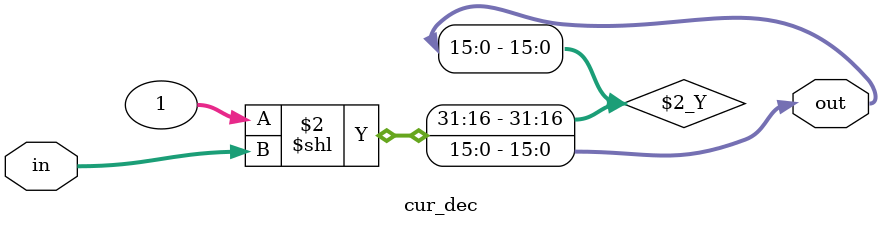
<source format=v>
/**************************************
* Module: cur_dec
* Date:2017-08-22  
* Author: saul     
*
* Description: 4-bit decoder for current DAC
***************************************/

module cur_dec(in,out);

input [3:0]in;
output [15:0]out;

reg [15:0]out;

always @(in)
begin	
		out = (1 << in);
end
endmodule


</source>
